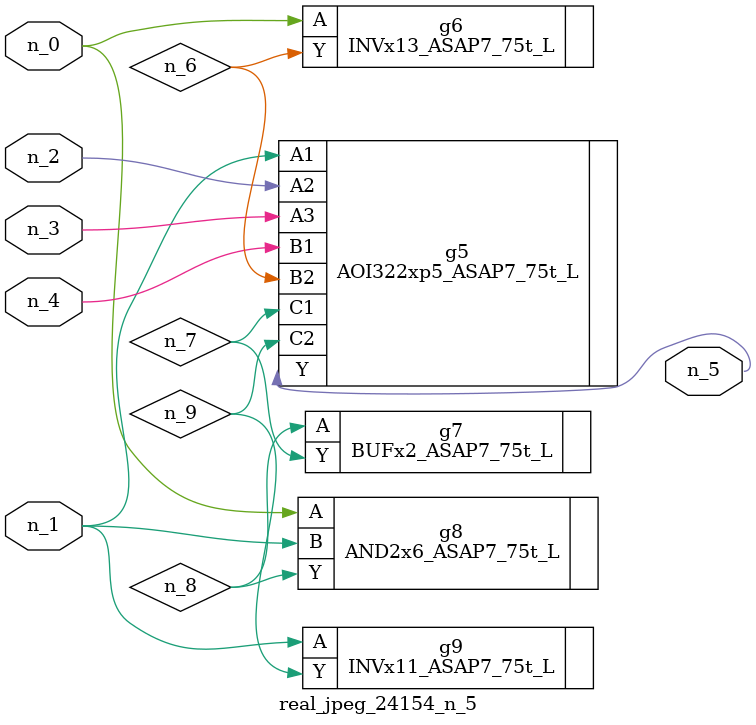
<source format=v>
module real_jpeg_24154_n_5 (n_4, n_0, n_1, n_2, n_3, n_5);

input n_4;
input n_0;
input n_1;
input n_2;
input n_3;

output n_5;

wire n_8;
wire n_6;
wire n_7;
wire n_9;

INVx13_ASAP7_75t_L g6 ( 
.A(n_0),
.Y(n_6)
);

AND2x6_ASAP7_75t_L g8 ( 
.A(n_0),
.B(n_1),
.Y(n_8)
);

AOI322xp5_ASAP7_75t_L g5 ( 
.A1(n_1),
.A2(n_2),
.A3(n_3),
.B1(n_4),
.B2(n_6),
.C1(n_7),
.C2(n_9),
.Y(n_5)
);

INVx11_ASAP7_75t_L g9 ( 
.A(n_1),
.Y(n_9)
);

BUFx2_ASAP7_75t_L g7 ( 
.A(n_8),
.Y(n_7)
);


endmodule
</source>
